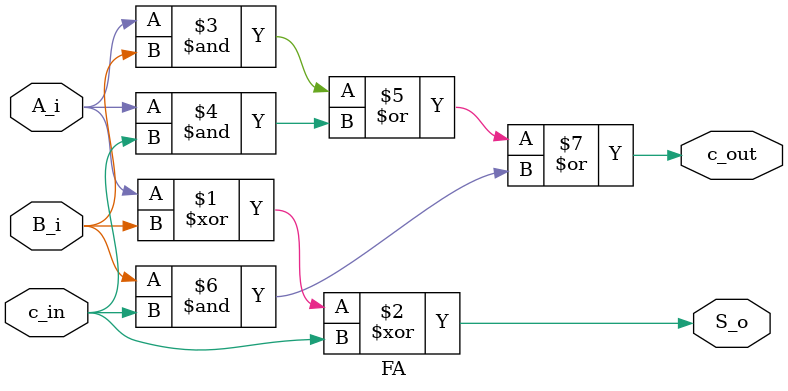
<source format=sv>
module HA(  
    input logic A_i,
    input logic B_i,
    output logic S_o,
    output logic c_out
);

assign S_o = A_i ^ B_i;
assign c_out = A_i & B_i;

endmodule

// full adder, 1 bit
module FA(
    input logic A_i,
    input logic B_i,
    input logic c_in,
    output logic S_o,
    output logic c_out
);

assign S_o = A_i ^ B_i ^ c_in;
// assign c_out = (A_i & B_i) | (c_in & (A_i ^ B_i));
assign c_out = (A_i & B_i) | (A_i & c_in) | (B_i & c_in);

endmodule
</source>
